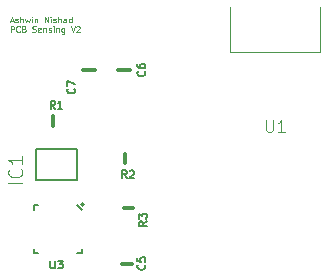
<source format=gbr>
%TF.GenerationSoftware,KiCad,Pcbnew,7.0.10*%
%TF.CreationDate,2024-01-29T15:01:41-08:00*%
%TF.ProjectId,FinalProject,46696e61-6c50-4726-9f6a-6563742e6b69,v2*%
%TF.SameCoordinates,Original*%
%TF.FileFunction,Legend,Top*%
%TF.FilePolarity,Positive*%
%FSLAX46Y46*%
G04 Gerber Fmt 4.6, Leading zero omitted, Abs format (unit mm)*
G04 Created by KiCad (PCBNEW 7.0.10) date 2024-01-29 15:01:41*
%MOMM*%
%LPD*%
G01*
G04 APERTURE LIST*
%ADD10C,0.125000*%
%ADD11C,0.101600*%
%ADD12C,0.100000*%
%ADD13C,0.146304*%
%ADD14C,0.127000*%
%ADD15C,0.304800*%
%ADD16C,0.203200*%
G04 APERTURE END LIST*
D10*
X108107474Y-92094452D02*
X108345569Y-92094452D01*
X108059855Y-92237309D02*
X108226521Y-91737309D01*
X108226521Y-91737309D02*
X108393188Y-92237309D01*
X108536045Y-92213500D02*
X108583664Y-92237309D01*
X108583664Y-92237309D02*
X108678902Y-92237309D01*
X108678902Y-92237309D02*
X108726521Y-92213500D01*
X108726521Y-92213500D02*
X108750330Y-92165880D01*
X108750330Y-92165880D02*
X108750330Y-92142071D01*
X108750330Y-92142071D02*
X108726521Y-92094452D01*
X108726521Y-92094452D02*
X108678902Y-92070642D01*
X108678902Y-92070642D02*
X108607473Y-92070642D01*
X108607473Y-92070642D02*
X108559854Y-92046833D01*
X108559854Y-92046833D02*
X108536045Y-91999214D01*
X108536045Y-91999214D02*
X108536045Y-91975404D01*
X108536045Y-91975404D02*
X108559854Y-91927785D01*
X108559854Y-91927785D02*
X108607473Y-91903976D01*
X108607473Y-91903976D02*
X108678902Y-91903976D01*
X108678902Y-91903976D02*
X108726521Y-91927785D01*
X108964616Y-92237309D02*
X108964616Y-91737309D01*
X109178902Y-92237309D02*
X109178902Y-91975404D01*
X109178902Y-91975404D02*
X109155092Y-91927785D01*
X109155092Y-91927785D02*
X109107473Y-91903976D01*
X109107473Y-91903976D02*
X109036045Y-91903976D01*
X109036045Y-91903976D02*
X108988426Y-91927785D01*
X108988426Y-91927785D02*
X108964616Y-91951595D01*
X109369378Y-91903976D02*
X109464616Y-92237309D01*
X109464616Y-92237309D02*
X109559854Y-91999214D01*
X109559854Y-91999214D02*
X109655092Y-92237309D01*
X109655092Y-92237309D02*
X109750330Y-91903976D01*
X109940807Y-92237309D02*
X109940807Y-91903976D01*
X109940807Y-91737309D02*
X109916998Y-91761119D01*
X109916998Y-91761119D02*
X109940807Y-91784928D01*
X109940807Y-91784928D02*
X109964617Y-91761119D01*
X109964617Y-91761119D02*
X109940807Y-91737309D01*
X109940807Y-91737309D02*
X109940807Y-91784928D01*
X110178902Y-91903976D02*
X110178902Y-92237309D01*
X110178902Y-91951595D02*
X110202712Y-91927785D01*
X110202712Y-91927785D02*
X110250331Y-91903976D01*
X110250331Y-91903976D02*
X110321759Y-91903976D01*
X110321759Y-91903976D02*
X110369378Y-91927785D01*
X110369378Y-91927785D02*
X110393188Y-91975404D01*
X110393188Y-91975404D02*
X110393188Y-92237309D01*
X111012235Y-92237309D02*
X111012235Y-91737309D01*
X111012235Y-91737309D02*
X111297949Y-92237309D01*
X111297949Y-92237309D02*
X111297949Y-91737309D01*
X111536045Y-92237309D02*
X111536045Y-91903976D01*
X111536045Y-91737309D02*
X111512236Y-91761119D01*
X111512236Y-91761119D02*
X111536045Y-91784928D01*
X111536045Y-91784928D02*
X111559855Y-91761119D01*
X111559855Y-91761119D02*
X111536045Y-91737309D01*
X111536045Y-91737309D02*
X111536045Y-91784928D01*
X111750331Y-92213500D02*
X111797950Y-92237309D01*
X111797950Y-92237309D02*
X111893188Y-92237309D01*
X111893188Y-92237309D02*
X111940807Y-92213500D01*
X111940807Y-92213500D02*
X111964616Y-92165880D01*
X111964616Y-92165880D02*
X111964616Y-92142071D01*
X111964616Y-92142071D02*
X111940807Y-92094452D01*
X111940807Y-92094452D02*
X111893188Y-92070642D01*
X111893188Y-92070642D02*
X111821759Y-92070642D01*
X111821759Y-92070642D02*
X111774140Y-92046833D01*
X111774140Y-92046833D02*
X111750331Y-91999214D01*
X111750331Y-91999214D02*
X111750331Y-91975404D01*
X111750331Y-91975404D02*
X111774140Y-91927785D01*
X111774140Y-91927785D02*
X111821759Y-91903976D01*
X111821759Y-91903976D02*
X111893188Y-91903976D01*
X111893188Y-91903976D02*
X111940807Y-91927785D01*
X112178902Y-92237309D02*
X112178902Y-91737309D01*
X112393188Y-92237309D02*
X112393188Y-91975404D01*
X112393188Y-91975404D02*
X112369378Y-91927785D01*
X112369378Y-91927785D02*
X112321759Y-91903976D01*
X112321759Y-91903976D02*
X112250331Y-91903976D01*
X112250331Y-91903976D02*
X112202712Y-91927785D01*
X112202712Y-91927785D02*
X112178902Y-91951595D01*
X112845569Y-92237309D02*
X112845569Y-91975404D01*
X112845569Y-91975404D02*
X112821759Y-91927785D01*
X112821759Y-91927785D02*
X112774140Y-91903976D01*
X112774140Y-91903976D02*
X112678902Y-91903976D01*
X112678902Y-91903976D02*
X112631283Y-91927785D01*
X112845569Y-92213500D02*
X112797950Y-92237309D01*
X112797950Y-92237309D02*
X112678902Y-92237309D01*
X112678902Y-92237309D02*
X112631283Y-92213500D01*
X112631283Y-92213500D02*
X112607474Y-92165880D01*
X112607474Y-92165880D02*
X112607474Y-92118261D01*
X112607474Y-92118261D02*
X112631283Y-92070642D01*
X112631283Y-92070642D02*
X112678902Y-92046833D01*
X112678902Y-92046833D02*
X112797950Y-92046833D01*
X112797950Y-92046833D02*
X112845569Y-92023023D01*
X113297950Y-92237309D02*
X113297950Y-91737309D01*
X113297950Y-92213500D02*
X113250331Y-92237309D01*
X113250331Y-92237309D02*
X113155093Y-92237309D01*
X113155093Y-92237309D02*
X113107474Y-92213500D01*
X113107474Y-92213500D02*
X113083664Y-92189690D01*
X113083664Y-92189690D02*
X113059855Y-92142071D01*
X113059855Y-92142071D02*
X113059855Y-91999214D01*
X113059855Y-91999214D02*
X113083664Y-91951595D01*
X113083664Y-91951595D02*
X113107474Y-91927785D01*
X113107474Y-91927785D02*
X113155093Y-91903976D01*
X113155093Y-91903976D02*
X113250331Y-91903976D01*
X113250331Y-91903976D02*
X113297950Y-91927785D01*
X108131283Y-93042309D02*
X108131283Y-92542309D01*
X108131283Y-92542309D02*
X108321759Y-92542309D01*
X108321759Y-92542309D02*
X108369378Y-92566119D01*
X108369378Y-92566119D02*
X108393188Y-92589928D01*
X108393188Y-92589928D02*
X108416997Y-92637547D01*
X108416997Y-92637547D02*
X108416997Y-92708976D01*
X108416997Y-92708976D02*
X108393188Y-92756595D01*
X108393188Y-92756595D02*
X108369378Y-92780404D01*
X108369378Y-92780404D02*
X108321759Y-92804214D01*
X108321759Y-92804214D02*
X108131283Y-92804214D01*
X108916997Y-92994690D02*
X108893188Y-93018500D01*
X108893188Y-93018500D02*
X108821759Y-93042309D01*
X108821759Y-93042309D02*
X108774140Y-93042309D01*
X108774140Y-93042309D02*
X108702712Y-93018500D01*
X108702712Y-93018500D02*
X108655093Y-92970880D01*
X108655093Y-92970880D02*
X108631283Y-92923261D01*
X108631283Y-92923261D02*
X108607474Y-92828023D01*
X108607474Y-92828023D02*
X108607474Y-92756595D01*
X108607474Y-92756595D02*
X108631283Y-92661357D01*
X108631283Y-92661357D02*
X108655093Y-92613738D01*
X108655093Y-92613738D02*
X108702712Y-92566119D01*
X108702712Y-92566119D02*
X108774140Y-92542309D01*
X108774140Y-92542309D02*
X108821759Y-92542309D01*
X108821759Y-92542309D02*
X108893188Y-92566119D01*
X108893188Y-92566119D02*
X108916997Y-92589928D01*
X109297950Y-92780404D02*
X109369378Y-92804214D01*
X109369378Y-92804214D02*
X109393188Y-92828023D01*
X109393188Y-92828023D02*
X109416997Y-92875642D01*
X109416997Y-92875642D02*
X109416997Y-92947071D01*
X109416997Y-92947071D02*
X109393188Y-92994690D01*
X109393188Y-92994690D02*
X109369378Y-93018500D01*
X109369378Y-93018500D02*
X109321759Y-93042309D01*
X109321759Y-93042309D02*
X109131283Y-93042309D01*
X109131283Y-93042309D02*
X109131283Y-92542309D01*
X109131283Y-92542309D02*
X109297950Y-92542309D01*
X109297950Y-92542309D02*
X109345569Y-92566119D01*
X109345569Y-92566119D02*
X109369378Y-92589928D01*
X109369378Y-92589928D02*
X109393188Y-92637547D01*
X109393188Y-92637547D02*
X109393188Y-92685166D01*
X109393188Y-92685166D02*
X109369378Y-92732785D01*
X109369378Y-92732785D02*
X109345569Y-92756595D01*
X109345569Y-92756595D02*
X109297950Y-92780404D01*
X109297950Y-92780404D02*
X109131283Y-92780404D01*
X109988426Y-93018500D02*
X110059854Y-93042309D01*
X110059854Y-93042309D02*
X110178902Y-93042309D01*
X110178902Y-93042309D02*
X110226521Y-93018500D01*
X110226521Y-93018500D02*
X110250330Y-92994690D01*
X110250330Y-92994690D02*
X110274140Y-92947071D01*
X110274140Y-92947071D02*
X110274140Y-92899452D01*
X110274140Y-92899452D02*
X110250330Y-92851833D01*
X110250330Y-92851833D02*
X110226521Y-92828023D01*
X110226521Y-92828023D02*
X110178902Y-92804214D01*
X110178902Y-92804214D02*
X110083664Y-92780404D01*
X110083664Y-92780404D02*
X110036045Y-92756595D01*
X110036045Y-92756595D02*
X110012235Y-92732785D01*
X110012235Y-92732785D02*
X109988426Y-92685166D01*
X109988426Y-92685166D02*
X109988426Y-92637547D01*
X109988426Y-92637547D02*
X110012235Y-92589928D01*
X110012235Y-92589928D02*
X110036045Y-92566119D01*
X110036045Y-92566119D02*
X110083664Y-92542309D01*
X110083664Y-92542309D02*
X110202711Y-92542309D01*
X110202711Y-92542309D02*
X110274140Y-92566119D01*
X110678901Y-93018500D02*
X110631282Y-93042309D01*
X110631282Y-93042309D02*
X110536044Y-93042309D01*
X110536044Y-93042309D02*
X110488425Y-93018500D01*
X110488425Y-93018500D02*
X110464616Y-92970880D01*
X110464616Y-92970880D02*
X110464616Y-92780404D01*
X110464616Y-92780404D02*
X110488425Y-92732785D01*
X110488425Y-92732785D02*
X110536044Y-92708976D01*
X110536044Y-92708976D02*
X110631282Y-92708976D01*
X110631282Y-92708976D02*
X110678901Y-92732785D01*
X110678901Y-92732785D02*
X110702711Y-92780404D01*
X110702711Y-92780404D02*
X110702711Y-92828023D01*
X110702711Y-92828023D02*
X110464616Y-92875642D01*
X110916996Y-92708976D02*
X110916996Y-93042309D01*
X110916996Y-92756595D02*
X110940806Y-92732785D01*
X110940806Y-92732785D02*
X110988425Y-92708976D01*
X110988425Y-92708976D02*
X111059853Y-92708976D01*
X111059853Y-92708976D02*
X111107472Y-92732785D01*
X111107472Y-92732785D02*
X111131282Y-92780404D01*
X111131282Y-92780404D02*
X111131282Y-93042309D01*
X111345568Y-93018500D02*
X111393187Y-93042309D01*
X111393187Y-93042309D02*
X111488425Y-93042309D01*
X111488425Y-93042309D02*
X111536044Y-93018500D01*
X111536044Y-93018500D02*
X111559853Y-92970880D01*
X111559853Y-92970880D02*
X111559853Y-92947071D01*
X111559853Y-92947071D02*
X111536044Y-92899452D01*
X111536044Y-92899452D02*
X111488425Y-92875642D01*
X111488425Y-92875642D02*
X111416996Y-92875642D01*
X111416996Y-92875642D02*
X111369377Y-92851833D01*
X111369377Y-92851833D02*
X111345568Y-92804214D01*
X111345568Y-92804214D02*
X111345568Y-92780404D01*
X111345568Y-92780404D02*
X111369377Y-92732785D01*
X111369377Y-92732785D02*
X111416996Y-92708976D01*
X111416996Y-92708976D02*
X111488425Y-92708976D01*
X111488425Y-92708976D02*
X111536044Y-92732785D01*
X111774139Y-93042309D02*
X111774139Y-92708976D01*
X111774139Y-92542309D02*
X111750330Y-92566119D01*
X111750330Y-92566119D02*
X111774139Y-92589928D01*
X111774139Y-92589928D02*
X111797949Y-92566119D01*
X111797949Y-92566119D02*
X111774139Y-92542309D01*
X111774139Y-92542309D02*
X111774139Y-92589928D01*
X112012234Y-92708976D02*
X112012234Y-93042309D01*
X112012234Y-92756595D02*
X112036044Y-92732785D01*
X112036044Y-92732785D02*
X112083663Y-92708976D01*
X112083663Y-92708976D02*
X112155091Y-92708976D01*
X112155091Y-92708976D02*
X112202710Y-92732785D01*
X112202710Y-92732785D02*
X112226520Y-92780404D01*
X112226520Y-92780404D02*
X112226520Y-93042309D01*
X112678901Y-92708976D02*
X112678901Y-93113738D01*
X112678901Y-93113738D02*
X112655091Y-93161357D01*
X112655091Y-93161357D02*
X112631282Y-93185166D01*
X112631282Y-93185166D02*
X112583663Y-93208976D01*
X112583663Y-93208976D02*
X112512234Y-93208976D01*
X112512234Y-93208976D02*
X112464615Y-93185166D01*
X112678901Y-93018500D02*
X112631282Y-93042309D01*
X112631282Y-93042309D02*
X112536044Y-93042309D01*
X112536044Y-93042309D02*
X112488425Y-93018500D01*
X112488425Y-93018500D02*
X112464615Y-92994690D01*
X112464615Y-92994690D02*
X112440806Y-92947071D01*
X112440806Y-92947071D02*
X112440806Y-92804214D01*
X112440806Y-92804214D02*
X112464615Y-92756595D01*
X112464615Y-92756595D02*
X112488425Y-92732785D01*
X112488425Y-92732785D02*
X112536044Y-92708976D01*
X112536044Y-92708976D02*
X112631282Y-92708976D01*
X112631282Y-92708976D02*
X112678901Y-92732785D01*
X113226520Y-92542309D02*
X113393186Y-93042309D01*
X113393186Y-93042309D02*
X113559853Y-92542309D01*
X113702710Y-92589928D02*
X113726519Y-92566119D01*
X113726519Y-92566119D02*
X113774138Y-92542309D01*
X113774138Y-92542309D02*
X113893186Y-92542309D01*
X113893186Y-92542309D02*
X113940805Y-92566119D01*
X113940805Y-92566119D02*
X113964614Y-92589928D01*
X113964614Y-92589928D02*
X113988424Y-92637547D01*
X113988424Y-92637547D02*
X113988424Y-92685166D01*
X113988424Y-92685166D02*
X113964614Y-92756595D01*
X113964614Y-92756595D02*
X113678900Y-93042309D01*
X113678900Y-93042309D02*
X113988424Y-93042309D01*
D11*
X109121726Y-105866194D02*
X107953326Y-105866194D01*
X109010449Y-104642156D02*
X109066088Y-104697794D01*
X109066088Y-104697794D02*
X109121726Y-104864708D01*
X109121726Y-104864708D02*
X109121726Y-104975984D01*
X109121726Y-104975984D02*
X109066088Y-105142899D01*
X109066088Y-105142899D02*
X108954811Y-105254175D01*
X108954811Y-105254175D02*
X108843535Y-105309813D01*
X108843535Y-105309813D02*
X108620983Y-105365451D01*
X108620983Y-105365451D02*
X108454068Y-105365451D01*
X108454068Y-105365451D02*
X108231516Y-105309813D01*
X108231516Y-105309813D02*
X108120240Y-105254175D01*
X108120240Y-105254175D02*
X108008964Y-105142899D01*
X108008964Y-105142899D02*
X107953326Y-104975984D01*
X107953326Y-104975984D02*
X107953326Y-104864708D01*
X107953326Y-104864708D02*
X108008964Y-104697794D01*
X108008964Y-104697794D02*
X108064602Y-104642156D01*
X109121726Y-103529394D02*
X109121726Y-104197051D01*
X109121726Y-103863223D02*
X107953326Y-103863223D01*
X107953326Y-103863223D02*
X108120240Y-103974499D01*
X108120240Y-103974499D02*
X108231516Y-104085775D01*
X108231516Y-104085775D02*
X108287154Y-104197051D01*
D12*
X129768095Y-100497419D02*
X129768095Y-101306942D01*
X129768095Y-101306942D02*
X129815714Y-101402180D01*
X129815714Y-101402180D02*
X129863333Y-101449800D01*
X129863333Y-101449800D02*
X129958571Y-101497419D01*
X129958571Y-101497419D02*
X130149047Y-101497419D01*
X130149047Y-101497419D02*
X130244285Y-101449800D01*
X130244285Y-101449800D02*
X130291904Y-101402180D01*
X130291904Y-101402180D02*
X130339523Y-101306942D01*
X130339523Y-101306942D02*
X130339523Y-100497419D01*
X131339523Y-101497419D02*
X130768095Y-101497419D01*
X131053809Y-101497419D02*
X131053809Y-100497419D01*
X131053809Y-100497419D02*
X130958571Y-100640276D01*
X130958571Y-100640276D02*
X130863333Y-100735514D01*
X130863333Y-100735514D02*
X130768095Y-100783133D01*
D13*
X113527350Y-97834203D02*
X113559088Y-97865941D01*
X113559088Y-97865941D02*
X113590825Y-97961155D01*
X113590825Y-97961155D02*
X113590825Y-98024631D01*
X113590825Y-98024631D02*
X113559088Y-98119844D01*
X113559088Y-98119844D02*
X113495612Y-98183320D01*
X113495612Y-98183320D02*
X113432136Y-98215058D01*
X113432136Y-98215058D02*
X113305184Y-98246796D01*
X113305184Y-98246796D02*
X113209971Y-98246796D01*
X113209971Y-98246796D02*
X113083019Y-98215058D01*
X113083019Y-98215058D02*
X113019543Y-98183320D01*
X113019543Y-98183320D02*
X112956067Y-98119844D01*
X112956067Y-98119844D02*
X112924329Y-98024631D01*
X112924329Y-98024631D02*
X112924329Y-97961155D01*
X112924329Y-97961155D02*
X112956067Y-97865941D01*
X112956067Y-97865941D02*
X112987805Y-97834203D01*
X112924329Y-97612038D02*
X112924329Y-97167707D01*
X112924329Y-97167707D02*
X113590825Y-97453348D01*
X117955796Y-105420825D02*
X117733631Y-105103446D01*
X117574941Y-105420825D02*
X117574941Y-104754329D01*
X117574941Y-104754329D02*
X117828844Y-104754329D01*
X117828844Y-104754329D02*
X117892320Y-104786067D01*
X117892320Y-104786067D02*
X117924058Y-104817805D01*
X117924058Y-104817805D02*
X117955796Y-104881281D01*
X117955796Y-104881281D02*
X117955796Y-104976495D01*
X117955796Y-104976495D02*
X117924058Y-105039971D01*
X117924058Y-105039971D02*
X117892320Y-105071708D01*
X117892320Y-105071708D02*
X117828844Y-105103446D01*
X117828844Y-105103446D02*
X117574941Y-105103446D01*
X118209699Y-104817805D02*
X118241437Y-104786067D01*
X118241437Y-104786067D02*
X118304913Y-104754329D01*
X118304913Y-104754329D02*
X118463602Y-104754329D01*
X118463602Y-104754329D02*
X118527078Y-104786067D01*
X118527078Y-104786067D02*
X118558816Y-104817805D01*
X118558816Y-104817805D02*
X118590554Y-104881281D01*
X118590554Y-104881281D02*
X118590554Y-104944757D01*
X118590554Y-104944757D02*
X118558816Y-105039971D01*
X118558816Y-105039971D02*
X118177961Y-105420825D01*
X118177961Y-105420825D02*
X118590554Y-105420825D01*
X111505445Y-112401329D02*
X111505445Y-112940874D01*
X111505445Y-112940874D02*
X111537183Y-113004350D01*
X111537183Y-113004350D02*
X111568921Y-113036088D01*
X111568921Y-113036088D02*
X111632397Y-113067825D01*
X111632397Y-113067825D02*
X111759348Y-113067825D01*
X111759348Y-113067825D02*
X111822824Y-113036088D01*
X111822824Y-113036088D02*
X111854562Y-113004350D01*
X111854562Y-113004350D02*
X111886300Y-112940874D01*
X111886300Y-112940874D02*
X111886300Y-112401329D01*
X112140203Y-112401329D02*
X112552796Y-112401329D01*
X112552796Y-112401329D02*
X112330631Y-112655233D01*
X112330631Y-112655233D02*
X112425844Y-112655233D01*
X112425844Y-112655233D02*
X112489320Y-112686971D01*
X112489320Y-112686971D02*
X112521058Y-112718708D01*
X112521058Y-112718708D02*
X112552796Y-112782184D01*
X112552796Y-112782184D02*
X112552796Y-112940874D01*
X112552796Y-112940874D02*
X112521058Y-113004350D01*
X112521058Y-113004350D02*
X112489320Y-113036088D01*
X112489320Y-113036088D02*
X112425844Y-113067825D01*
X112425844Y-113067825D02*
X112235417Y-113067825D01*
X112235417Y-113067825D02*
X112171941Y-113036088D01*
X112171941Y-113036088D02*
X112140203Y-113004350D01*
X119481350Y-112744961D02*
X119513088Y-112776699D01*
X119513088Y-112776699D02*
X119544825Y-112871913D01*
X119544825Y-112871913D02*
X119544825Y-112935389D01*
X119544825Y-112935389D02*
X119513088Y-113030602D01*
X119513088Y-113030602D02*
X119449612Y-113094078D01*
X119449612Y-113094078D02*
X119386136Y-113125816D01*
X119386136Y-113125816D02*
X119259184Y-113157554D01*
X119259184Y-113157554D02*
X119163971Y-113157554D01*
X119163971Y-113157554D02*
X119037019Y-113125816D01*
X119037019Y-113125816D02*
X118973543Y-113094078D01*
X118973543Y-113094078D02*
X118910067Y-113030602D01*
X118910067Y-113030602D02*
X118878329Y-112935389D01*
X118878329Y-112935389D02*
X118878329Y-112871913D01*
X118878329Y-112871913D02*
X118910067Y-112776699D01*
X118910067Y-112776699D02*
X118941805Y-112744961D01*
X118878329Y-112141941D02*
X118878329Y-112459320D01*
X118878329Y-112459320D02*
X119195708Y-112491058D01*
X119195708Y-112491058D02*
X119163971Y-112459320D01*
X119163971Y-112459320D02*
X119132233Y-112395844D01*
X119132233Y-112395844D02*
X119132233Y-112237155D01*
X119132233Y-112237155D02*
X119163971Y-112173679D01*
X119163971Y-112173679D02*
X119195708Y-112141941D01*
X119195708Y-112141941D02*
X119259184Y-112110203D01*
X119259184Y-112110203D02*
X119417874Y-112110203D01*
X119417874Y-112110203D02*
X119481350Y-112141941D01*
X119481350Y-112141941D02*
X119513088Y-112173679D01*
X119513088Y-112173679D02*
X119544825Y-112237155D01*
X119544825Y-112237155D02*
X119544825Y-112395844D01*
X119544825Y-112395844D02*
X119513088Y-112459320D01*
X119513088Y-112459320D02*
X119481350Y-112491058D01*
X111895796Y-99530825D02*
X111673631Y-99213446D01*
X111514941Y-99530825D02*
X111514941Y-98864329D01*
X111514941Y-98864329D02*
X111768844Y-98864329D01*
X111768844Y-98864329D02*
X111832320Y-98896067D01*
X111832320Y-98896067D02*
X111864058Y-98927805D01*
X111864058Y-98927805D02*
X111895796Y-98991281D01*
X111895796Y-98991281D02*
X111895796Y-99086495D01*
X111895796Y-99086495D02*
X111864058Y-99149971D01*
X111864058Y-99149971D02*
X111832320Y-99181708D01*
X111832320Y-99181708D02*
X111768844Y-99213446D01*
X111768844Y-99213446D02*
X111514941Y-99213446D01*
X112530554Y-99530825D02*
X112149699Y-99530825D01*
X112340127Y-99530825D02*
X112340127Y-98864329D01*
X112340127Y-98864329D02*
X112276651Y-98959543D01*
X112276651Y-98959543D02*
X112213175Y-99023019D01*
X112213175Y-99023019D02*
X112149699Y-99054757D01*
X119671825Y-109061961D02*
X119354446Y-109284126D01*
X119671825Y-109442816D02*
X119005329Y-109442816D01*
X119005329Y-109442816D02*
X119005329Y-109188913D01*
X119005329Y-109188913D02*
X119037067Y-109125437D01*
X119037067Y-109125437D02*
X119068805Y-109093699D01*
X119068805Y-109093699D02*
X119132281Y-109061961D01*
X119132281Y-109061961D02*
X119227495Y-109061961D01*
X119227495Y-109061961D02*
X119290971Y-109093699D01*
X119290971Y-109093699D02*
X119322708Y-109125437D01*
X119322708Y-109125437D02*
X119354446Y-109188913D01*
X119354446Y-109188913D02*
X119354446Y-109442816D01*
X119005329Y-108839796D02*
X119005329Y-108427203D01*
X119005329Y-108427203D02*
X119259233Y-108649368D01*
X119259233Y-108649368D02*
X119259233Y-108554155D01*
X119259233Y-108554155D02*
X119290971Y-108490679D01*
X119290971Y-108490679D02*
X119322708Y-108458941D01*
X119322708Y-108458941D02*
X119386184Y-108427203D01*
X119386184Y-108427203D02*
X119544874Y-108427203D01*
X119544874Y-108427203D02*
X119608350Y-108458941D01*
X119608350Y-108458941D02*
X119640088Y-108490679D01*
X119640088Y-108490679D02*
X119671825Y-108554155D01*
X119671825Y-108554155D02*
X119671825Y-108744582D01*
X119671825Y-108744582D02*
X119640088Y-108808058D01*
X119640088Y-108808058D02*
X119608350Y-108839796D01*
X119477350Y-96364203D02*
X119509088Y-96395941D01*
X119509088Y-96395941D02*
X119540825Y-96491155D01*
X119540825Y-96491155D02*
X119540825Y-96554631D01*
X119540825Y-96554631D02*
X119509088Y-96649844D01*
X119509088Y-96649844D02*
X119445612Y-96713320D01*
X119445612Y-96713320D02*
X119382136Y-96745058D01*
X119382136Y-96745058D02*
X119255184Y-96776796D01*
X119255184Y-96776796D02*
X119159971Y-96776796D01*
X119159971Y-96776796D02*
X119033019Y-96745058D01*
X119033019Y-96745058D02*
X118969543Y-96713320D01*
X118969543Y-96713320D02*
X118906067Y-96649844D01*
X118906067Y-96649844D02*
X118874329Y-96554631D01*
X118874329Y-96554631D02*
X118874329Y-96491155D01*
X118874329Y-96491155D02*
X118906067Y-96395941D01*
X118906067Y-96395941D02*
X118937805Y-96364203D01*
X118874329Y-95792921D02*
X118874329Y-95919872D01*
X118874329Y-95919872D02*
X118906067Y-95983348D01*
X118906067Y-95983348D02*
X118937805Y-96015086D01*
X118937805Y-96015086D02*
X119033019Y-96078562D01*
X119033019Y-96078562D02*
X119159971Y-96110300D01*
X119159971Y-96110300D02*
X119413874Y-96110300D01*
X119413874Y-96110300D02*
X119477350Y-96078562D01*
X119477350Y-96078562D02*
X119509088Y-96046824D01*
X119509088Y-96046824D02*
X119540825Y-95983348D01*
X119540825Y-95983348D02*
X119540825Y-95856397D01*
X119540825Y-95856397D02*
X119509088Y-95792921D01*
X119509088Y-95792921D02*
X119477350Y-95761183D01*
X119477350Y-95761183D02*
X119413874Y-95729445D01*
X119413874Y-95729445D02*
X119255184Y-95729445D01*
X119255184Y-95729445D02*
X119191708Y-95761183D01*
X119191708Y-95761183D02*
X119159971Y-95792921D01*
X119159971Y-95792921D02*
X119128233Y-95856397D01*
X119128233Y-95856397D02*
X119128233Y-95983348D01*
X119128233Y-95983348D02*
X119159971Y-96046824D01*
X119159971Y-96046824D02*
X119191708Y-96078562D01*
X119191708Y-96078562D02*
X119255184Y-96110300D01*
D14*
%TO.C,IC1*%
X110264000Y-105592000D02*
X110264000Y-102942000D01*
X113764000Y-105592000D02*
X110264000Y-105592000D01*
X110264000Y-102942000D02*
X113764000Y-102942000D01*
X113764000Y-102942000D02*
X113764000Y-105592000D01*
D12*
%TO.C,U1*%
X126746000Y-90932000D02*
X126746000Y-94742000D01*
X126746000Y-94742000D02*
X134366000Y-94742000D01*
X134366000Y-94742000D02*
X134366000Y-90932000D01*
D15*
%TO.C,C7*%
X114300000Y-96266000D02*
X115316000Y-96266000D01*
%TO.C,R2*%
X117856000Y-103359000D02*
X117856000Y-104159000D01*
D16*
%TO.C,U3*%
X110141000Y-107728000D02*
X110491000Y-107728000D01*
X114141000Y-108078000D02*
X113791000Y-107728000D01*
X110141000Y-108078000D02*
X110141000Y-107728000D01*
X110141000Y-111378000D02*
X110141000Y-111728000D01*
X114141000Y-111728000D02*
X114141000Y-111378000D01*
X113791000Y-111728000D02*
X114141000Y-111728000D01*
X110491000Y-111728000D02*
X110141000Y-111728000D01*
X114350800Y-107645200D02*
G75*
G03*
X114096800Y-107645200I-127000J0D01*
G01*
X114096800Y-107645200D02*
G75*
G03*
X114350800Y-107645200I127000J0D01*
G01*
D15*
%TO.C,C5*%
X118383000Y-112688000D02*
X117583000Y-112688000D01*
%TO.C,R1*%
X111760000Y-100184000D02*
X111760000Y-100984000D01*
%TO.C,R3*%
X118510000Y-107950000D02*
X117710000Y-107950000D01*
%TO.C,C6*%
X117221000Y-96266000D02*
X118237000Y-96266000D01*
%TD*%
M02*

</source>
